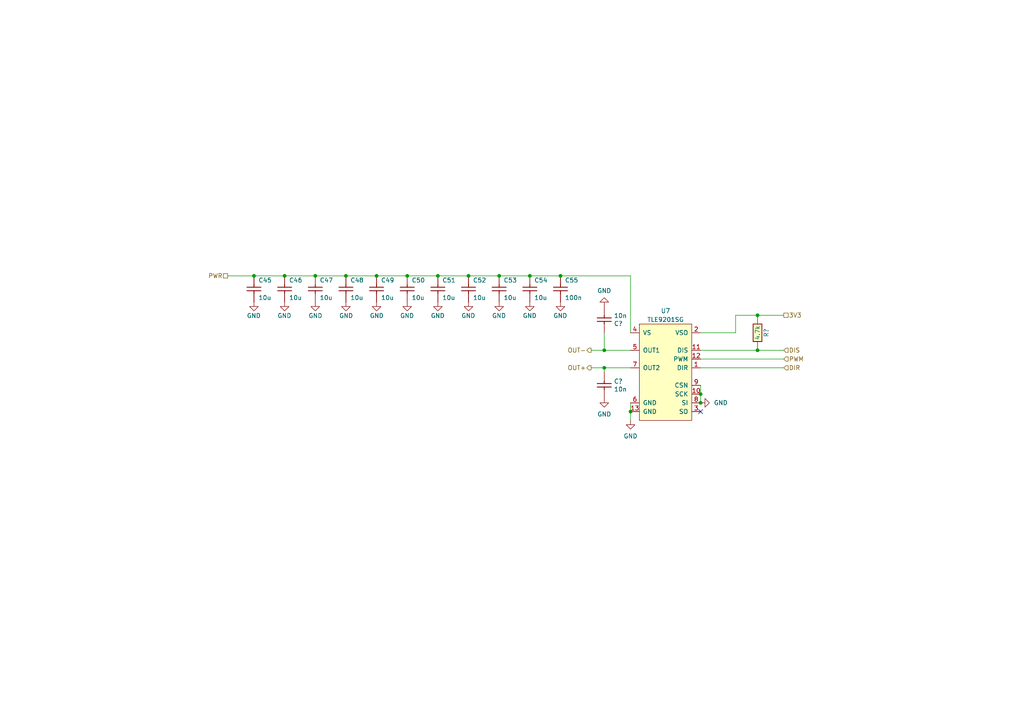
<source format=kicad_sch>
(kicad_sch (version 20230121) (generator eeschema)
  (paper "A4")
  (title_block (title "Hellen-One DC motor driver") (date "2023-09-04") (rev "0.1"))
  (lib_symbols
    (symbol "chips:TLE9201SG" (pin_names (offset 1.016))
      (property "Reference" "U" (at -1.27 3.81 0))
      (property "Value" "TLE9201SG" (at 2.54 1.27 0))
      (symbol "TLE9201SG_0_1"
        (rectangle (start -2.54 0) (end 12.7 -27.94) (fill (type background)))
      )
      (symbol "TLE9201SG_1_1"
        (pin passive line (at -5.08 -12.7 0) (length 2.54) (name "DIR") (number "1"))
        (pin passive line (at -5.08 -20.32 0) (length 2.54) (name "SCK") (number "10"))
        (pin passive line (at -5.08 -7.62 0) (length 2.54) (name "DIS") (number "11"))
        (pin passive line (at -5.08 -10.16 0) (length 2.54) (name "PWM") (number "12"))
        (pin passive line (at 15.24 -25.4 180) (length 2.54) (name "GND") (number "13"))
        (pin passive line (at -5.08 -2.54 0) (length 2.54) (name "VSO") (number "2"))
        (pin passive line (at -5.08 -25.4 0) (length 2.54) (name "SO") (number "3"))
        (pin passive line (at 15.24 -2.54 180) (length 2.54) (name "VS") (number "4"))
        (pin passive line (at 15.24 -7.62 180) (length 2.54) (name "OUT1") (number "5"))
        (pin passive line (at 15.24 -22.86 180) (length 2.54) (name "GND") (number "6"))
        (pin passive line (at 15.24 -12.7 180) (length 2.54) (name "OUT2") (number "7"))
        (pin passive line (at -5.08 -22.86 0) (length 2.54) (name "SI") (number "8"))
        (pin passive line (at -5.08 -17.78 0) (length 2.54) (name "CSN") (number "9"))
      )
    )
    (symbol "hellen-one-common:Cap" (pin_numbers hide)
      (property "Reference" "C" (at -3.81 2.54 0))
      (property "Value" "Cap" (at -2.54 -1.27 0))
      (symbol "Cap_1_0"
        (polyline (pts (xy -1.27 0) (xy -0.508 0)) (stroke (width 0.254)))
        (polyline (pts (xy -0.508 -2.032) (xy -0.508 2.032)) (stroke (width 0.254)))
        (polyline (pts (xy 0.508 2.032) (xy 0.508 -2.032)) (stroke (width 0.254)))
        (polyline (pts (xy 1.27 0) (xy 0.508 0)) (stroke (width 0.254)))
        (pin passive line (at -3.81 0 0) (length 2.54) (name "") (number "1"))
        (pin passive line (at 3.81 0 180) (length 2.54) (name "") (number "2"))
      )
    )
    (symbol "hellen-one-common:Res" (pin_numbers hide)
      (property "Reference" "R" (at 3.81 2.54 0))
      (property "Value" "Res" (at 5.08 -2.54 0))
      (symbol "Res_1_0"
        (rectangle (start 2.54 -1.27) (end 7.62 1.27) (stroke (width 0.254)) (fill (type background)))
        (pin passive line (at 0 0 0) (length 2.54) (name "") (number "1"))
        (pin passive line (at 10.16 0 180) (length 2.54) (name "") (number "2"))
      )
    )
    (symbol "power:GND" (power) (pin_names (offset 0))
      (property "Value" "GND" (at 0 -3.81 0))
      (symbol "GND_0_1"
        (polyline (pts (xy 0 0) (xy 0 -1.27) (xy 1.27 -1.27) (xy 0 -2.54) (xy -1.27 -1.27) (xy 0 -1.27)))
      )
      (symbol "GND_1_1"
        (pin power_in line (at 0 0 270) (length 0) hide (name "GND") (number "1"))
      )
    )
  )
  (junction (at 144.78 80.01))
  (junction (at 91.44 80.01))
  (junction (at 219.71 91.44))
  (junction (at 127 80.01))
  (junction (at 135.89 80.01))
  (junction (at 203.2 116.84))
  (junction (at 175.26 101.6))
  (junction (at 175.26 106.68))
  (junction (at 109.22 80.01))
  (junction (at 219.71 101.6))
  (junction (at 118.11 80.01))
  (junction (at 182.88 119.38))
  (junction (at 203.2 114.3))
  (junction (at 162.56 80.01))
  (junction (at 73.66 80.01))
  (junction (at 153.67 80.01))
  (junction (at 82.55 80.01))
  (junction (at 100.33 80.01))
  (no_connect (at 203.2 119.38))
  (wire (pts (xy 175.26 101.6) (xy 171.45 101.6)))
  (wire (pts (xy 203.2 96.52) (xy 213.36 96.52)))
  (wire (pts (xy 203.2 111.76) (xy 203.2 114.3)))
  (wire (pts (xy 203.2 106.68) (xy 227.33 106.68)))
  (wire (pts (xy 153.67 80.01) (xy 162.56 80.01)))
  (wire (pts (xy 203.2 114.3) (xy 203.2 116.84)))
  (wire (pts (xy 203.2 101.6) (xy 219.71 101.6)))
  (wire (pts (xy 127 80.01) (xy 135.89 80.01)))
  (wire (pts (xy 203.2 104.14) (xy 227.33 104.14)))
  (wire (pts (xy 91.44 80.01) (xy 100.33 80.01)))
  (wire (pts (xy 175.26 106.68) (xy 182.88 106.68)))
  (wire (pts (xy 171.45 106.68) (xy 175.26 106.68)))
  (wire (pts (xy 182.88 101.6) (xy 175.26 101.6)))
  (wire (pts (xy 219.71 91.44) (xy 227.33 91.44)))
  (wire (pts (xy 144.78 80.01) (xy 153.67 80.01)))
  (wire (pts (xy 182.88 116.84) (xy 182.88 119.38)))
  (wire (pts (xy 213.36 96.52) (xy 213.36 91.44)))
  (wire (pts (xy 182.88 119.38) (xy 182.88 121.92)))
  (wire (pts (xy 82.55 80.01) (xy 91.44 80.01)))
  (wire (pts (xy 109.22 80.01) (xy 118.11 80.01)))
  (wire (pts (xy 73.66 80.01) (xy 82.55 80.01)))
  (wire (pts (xy 118.11 80.01) (xy 127 80.01)))
  (wire (pts (xy 175.26 101.6) (xy 175.26 96.52)))
  (wire (pts (xy 175.26 106.68) (xy 175.26 107.95)))
  (wire (pts (xy 135.89 80.01) (xy 144.78 80.01)))
  (wire (pts (xy 213.36 91.44) (xy 219.71 91.44)))
  (wire (pts (xy 66.04 80.01) (xy 73.66 80.01)))
  (wire (pts (xy 219.71 101.6) (xy 227.33 101.6)))
  (wire (pts (xy 162.56 80.01) (xy 182.88 80.01)))
  (wire (pts (xy 182.88 80.01) (xy 182.88 96.52)))
  (wire (pts (xy 100.33 80.01) (xy 109.22 80.01)))
  (hierarchical_label "3V3" (shape passive) (at 227.33 91.44 0))
  (hierarchical_label "OUT-" (shape output) (at 171.45 101.6 180))
  (hierarchical_label "DIS" (shape input) (at 227.33 101.6 0))
  (hierarchical_label "DIR" (shape input) (at 227.33 106.68 0))
  (hierarchical_label "PWM" (shape input) (at 227.33 104.14 0))
  (hierarchical_label "PWR" (shape passive) (at 66.04 80.01 180))
  (hierarchical_label "OUT+" (shape output) (at 171.45 106.68 180))
  (symbol (lib_id "hellen-one-common:Cap") (at 144.78 83.82 90) (unit 1)
    (property "Reference" "C53" (at 146.05 81.28 90) (effects (justify right)))
    (property "Value" "10u" (at 146.05 86.36 90) (effects (justify right)))
    (property "Footprint" "hellen-one-common:C0805" (effects hide))
    (property "LCSC" "C15850" (effects hide))
    (instances (project "alphax_8ch" (path "" (reference "C53") (unit 1)) (path "" (reference "C40") (unit 1)) (path "" (reference "C14") (unit 1)) (path "" (reference "C27") (unit 1))))
  )
  (symbol (lib_id "power:GND") (at 118.11 87.63 0) (mirror y) (unit 1)
    (property "Reference" "#PWR?" (effects hide))
    (property "Value" "GND" (at 118.0592 91.5734 0))
    (instances (project "alphax_8ch" (path "" (reference "#PWR?") (unit 1)) (path "" (reference "#PWR0245") (unit 1)) (path "" (reference "#PWR0209") (unit 1)) (path "" (reference "#PWR044") (unit 1)) (path "" (reference "#PWR0101") (unit 1))))
  )
  (symbol (lib_id "hellen-one-common:Cap") (at 118.11 83.82 90) (unit 1)
    (property "Reference" "C50" (at 119.38 81.28 90) (effects (justify right)))
    (property "Value" "10u" (at 119.38 86.36 90) (effects (justify right)))
    (property "Footprint" "hellen-one-common:C0805" (effects hide))
    (property "LCSC" "C15850" (effects hide))
    (instances (project "alphax_8ch" (path "" (reference "C50") (unit 1)) (path "" (reference "C37") (unit 1)) (path "" (reference "C9") (unit 1)) (path "" (reference "C24") (unit 1))))
  )
  (symbol (lib_id "hellen-one-common:Cap") (at 109.22 83.82 90) (unit 1)
    (property "Reference" "C49" (at 110.49 81.28 90) (effects (justify right)))
    (property "Value" "10u" (at 110.49 86.36 90) (effects (justify right)))
    (property "Footprint" "hellen-one-common:C0805" (effects hide))
    (property "LCSC" "C15850" (effects hide))
    (instances (project "alphax_8ch" (path "" (reference "C49") (unit 1)) (path "" (reference "C36") (unit 1)) (path "" (reference "C8") (unit 1)) (path "" (reference "C23") (unit 1))))
  )
  (symbol (lib_id "power:GND") (at 144.78 87.63 0) (mirror y) (unit 1)
    (property "Reference" "#PWR?" (effects hide))
    (property "Value" "GND" (at 144.7292 91.5734 0))
    (instances (project "alphax_8ch" (path "" (reference "#PWR?") (unit 1)) (path "" (reference "#PWR0248") (unit 1)) (path "" (reference "#PWR0212") (unit 1)) (path "" (reference "#PWR077") (unit 1)) (path "" (reference "#PWR0106") (unit 1))))
  )
  (symbol (lib_id "power:GND") (at 91.44 87.63 0) (unit 1)
    (property "Reference" "#PWR?" (effects hide))
    (property "Value" "GND" (at 91.4908 91.5734 0))
    (instances (project "alphax_8ch" (path "" (reference "#PWR?") (unit 1)) (path "" (reference "#PWR0242") (unit 1)) (path "" (reference "#PWR0200") (unit 1)) (path "" (reference "#PWR017") (unit 1)) (path "" (reference "#PWR096") (unit 1))))
  )
  (symbol (lib_id "hellen-one-common:Res") (at 219.71 101.6 90) (unit 1)
    (property "Reference" "R?" (at 222.25 96.52 0))
    (property "Value" "4.7k" (at 219.71 96.52 0))
    (property "Footprint" "hellen-one-common:R0603" (effects hide))
    (property "LCSC" "C23162" (effects hide))
    (instances (project "alphax_8ch" (path "" (reference "R?") (unit 1)) (path "" (reference "R26") (unit 1)) (path "" (reference "R25") (unit 1)) (path "" (reference "R23") (unit 1)) (path "" (reference "R24") (unit 1))))
  )
  (symbol (lib_id "power:GND") (at 127 87.63 0) (mirror y) (unit 1)
    (property "Reference" "#PWR?" (effects hide))
    (property "Value" "GND" (at 126.9492 91.5734 0))
    (instances (project "alphax_8ch" (path "" (reference "#PWR?") (unit 1)) (path "" (reference "#PWR0246") (unit 1)) (path "" (reference "#PWR0210") (unit 1)) (path "" (reference "#PWR045") (unit 1)) (path "" (reference "#PWR0104") (unit 1))))
  )
  (symbol (lib_id "hellen-one-common:Cap") (at 91.44 83.82 90) (unit 1)
    (property "Reference" "C47" (at 92.71 81.28 90) (effects (justify right)))
    (property "Value" "10u" (at 92.71 86.36 90) (effects (justify right)))
    (property "Footprint" "hellen-one-common:C0805" (effects hide))
    (property "LCSC" "C15850" (effects hide))
    (instances (project "alphax_8ch" (path "" (reference "C47") (unit 1)) (path "" (reference "C34") (unit 1)) (path "" (reference "C6") (unit 1)) (path "" (reference "C21") (unit 1))))
  )
  (symbol (lib_id "power:GND") (at 203.2 116.84 90) (mirror x) (unit 1)
    (property "Reference" "#PWR?" (effects hide))
    (property "Value" "GND" (at 207.01 116.84 90) (effects (justify right)))
    (instances (project "alphax_8ch" (path "" (reference "#PWR?") (unit 1)) (path "" (reference "#PWR0255") (unit 1)) (path "" (reference "#PWR0227") (unit 1)) (path "" (reference "#PWR091") (unit 1)) (path "" (reference "#PWR0190") (unit 1))))
  )
  (symbol (lib_id "power:GND") (at 100.33 87.63 0) (unit 1)
    (property "Reference" "#PWR?" (effects hide))
    (property "Value" "GND" (at 100.3808 91.5734 0))
    (instances (project "alphax_8ch" (path "" (reference "#PWR?") (unit 1)) (path "" (reference "#PWR0243") (unit 1)) (path "" (reference "#PWR0202") (unit 1)) (path "" (reference "#PWR018") (unit 1)) (path "" (reference "#PWR098") (unit 1))))
  )
  (symbol (lib_id "power:GND") (at 153.67 87.63 0) (mirror y) (unit 1)
    (property "Reference" "#PWR?" (effects hide))
    (property "Value" "GND" (at 153.6192 91.5734 0))
    (instances (project "alphax_8ch" (path "" (reference "#PWR?") (unit 1)) (path "" (reference "#PWR0249") (unit 1)) (path "" (reference "#PWR0217") (unit 1)) (path "" (reference "#PWR080") (unit 1)) (path "" (reference "#PWR0174") (unit 1))))
  )
  (symbol (lib_id "hellen-one-common:Cap") (at 100.33 83.82 90) (unit 1)
    (property "Reference" "C48" (at 101.6 81.28 90) (effects (justify right)))
    (property "Value" "10u" (at 101.6 86.36 90) (effects (justify right)))
    (property "Footprint" "hellen-one-common:C0805" (effects hide))
    (property "LCSC" "C15850" (effects hide))
    (instances (project "alphax_8ch" (path "" (reference "C48") (unit 1)) (path "" (reference "C35") (unit 1)) (path "" (reference "C7") (unit 1)) (path "" (reference "C22") (unit 1))))
  )
  (symbol (lib_id "power:GND") (at 109.22 87.63 0) (unit 1)
    (property "Reference" "#PWR?" (effects hide))
    (property "Value" "GND" (at 109.2708 91.5734 0))
    (instances (project "alphax_8ch" (path "" (reference "#PWR?") (unit 1)) (path "" (reference "#PWR0244") (unit 1)) (path "" (reference "#PWR0204") (unit 1)) (path "" (reference "#PWR043") (unit 1)) (path "" (reference "#PWR0100") (unit 1))))
  )
  (symbol (lib_id "power:GND") (at 73.66 87.63 0) (mirror y) (unit 1)
    (property "Reference" "#PWR?" (effects hide))
    (property "Value" "GND" (at 73.6092 91.5734 0))
    (instances (project "alphax_8ch" (path "" (reference "#PWR?") (unit 1)) (path "" (reference "#PWR0228") (unit 1)) (path "" (reference "#PWR0192") (unit 1)) (path "" (reference "#PWR015") (unit 1)) (path "" (reference "#PWR094") (unit 1))))
  )
  (symbol (lib_id "chips:TLE9201SG") (at 198.12 93.98 0) (mirror y) (unit 1)
    (property "Reference" "U7" (at 193.04 90.17 0))
    (property "Value" "TLE9201SG" (at 193.04 92.71 0))
    (property "Footprint" "Package_SO:Infineon_PG-DSO-12-11" (effects hide))
    (property "LCSC" "C112633" (effects hide))
    (instances (project "alphax_8ch" (path "" (reference "U7") (unit 1)) (path "" (reference "U6") (unit 1)) (path "" (reference "U2") (unit 1)) (path "" (reference "U5") (unit 1))))
  )
  (symbol (lib_id "hellen-one-common:Cap") (at 73.66 83.82 90) (unit 1)
    (property "Reference" "C45" (at 74.93 81.28 90) (effects (justify right)))
    (property "Value" "10u" (at 74.93 86.36 90) (effects (justify right)))
    (property "Footprint" "hellen-one-common:C0805" (effects hide))
    (property "LCSC" "C15850" (effects hide))
    (instances (project "alphax_8ch" (path "" (reference "C45") (unit 1)) (path "" (reference "C32") (unit 1)) (path "" (reference "C4") (unit 1)) (path "" (reference "C19") (unit 1))))
  )
  (symbol (lib_id "hellen-one-common:Cap") (at 162.56 83.82 90) (unit 1)
    (property "Reference" "C55" (at 163.83 81.28 90) (effects (justify right)))
    (property "Value" "100n" (at 163.83 86.36 90) (effects (justify right)))
    (property "Footprint" "hellen-one-common:C0603" (effects hide))
    (property "LCSC" "C14663" (effects hide))
    (instances (project "alphax_8ch" (path "" (reference "C55") (unit 1)) (path "" (reference "C42") (unit 1)) (path "" (reference "C16") (unit 1)) (path "" (reference "C29") (unit 1))))
  )
  (symbol (lib_id "hellen-one-common:Cap") (at 153.67 83.82 90) (unit 1)
    (property "Reference" "C54" (at 154.94 81.28 90) (effects (justify right)))
    (property "Value" "10u" (at 154.94 86.36 90) (effects (justify right)))
    (property "Footprint" "hellen-one-common:C0805" (effects hide))
    (property "LCSC" "C15850" (effects hide))
    (instances (project "alphax_8ch" (path "" (reference "C54") (unit 1)) (path "" (reference "C41") (unit 1)) (path "" (reference "C15") (unit 1)) (path "" (reference "C28") (unit 1))))
  )
  (symbol (lib_id "power:GND") (at 175.26 115.57 0) (mirror y) (unit 1)
    (property "Reference" "#PWR?" (effects hide))
    (property "Value" "GND" (at 175.26 120.1325 0))
    (instances (project "alphax_8ch" (path "" (reference "#PWR?") (unit 1)) (path "" (reference "#PWR0253") (unit 1)) (path "" (reference "#PWR0225") (unit 1)) (path "" (reference "#PWR087") (unit 1)) (path "" (reference "#PWR0186") (unit 1))))
  )
  (symbol (lib_id "hellen-one-common:Cap") (at 135.89 83.82 90) (unit 1)
    (property "Reference" "C52" (at 137.16 81.28 90) (effects (justify right)))
    (property "Value" "10u" (at 137.16 86.36 90) (effects (justify right)))
    (property "Footprint" "hellen-one-common:C0805" (effects hide))
    (property "LCSC" "C15850" (effects hide))
    (instances (project "alphax_8ch" (path "" (reference "C52") (unit 1)) (path "" (reference "C39") (unit 1)) (path "" (reference "C13") (unit 1)) (path "" (reference "C26") (unit 1))))
  )
  (symbol (lib_id "hellen-one-common:Cap") (at 127 83.82 90) (unit 1)
    (property "Reference" "C51" (at 128.27 81.28 90) (effects (justify right)))
    (property "Value" "10u" (at 128.27 86.36 90) (effects (justify right)))
    (property "Footprint" "hellen-one-common:C0805" (effects hide))
    (property "LCSC" "C15850" (effects hide))
    (instances (project "alphax_8ch" (path "" (reference "C51") (unit 1)) (path "" (reference "C38") (unit 1)) (path "" (reference "C10") (unit 1)) (path "" (reference "C25") (unit 1))))
  )
  (symbol (lib_id "power:GND") (at 175.26 88.9 180) (unit 1)
    (property "Reference" "#PWR?" (effects hide))
    (property "Value" "GND" (at 175.26 84.3375 0))
    (instances (project "alphax_8ch" (path "" (reference "#PWR?") (unit 1)) (path "" (reference "#PWR0252") (unit 1)) (path "" (reference "#PWR0220") (unit 1)) (path "" (reference "#PWR086") (unit 1)) (path "" (reference "#PWR0180") (unit 1))))
  )
  (symbol (lib_id "power:GND") (at 182.88 121.92 0) (mirror y) (unit 1)
    (property "Reference" "#PWR?" (effects hide))
    (property "Value" "GND" (at 182.88 126.4825 0))
    (instances (project "alphax_8ch" (path "" (reference "#PWR?") (unit 1)) (path "" (reference "#PWR0254") (unit 1)) (path "" (reference "#PWR0226") (unit 1)) (path "" (reference "#PWR090") (unit 1)) (path "" (reference "#PWR0188") (unit 1))))
  )
  (symbol (lib_id "power:GND") (at 162.56 87.63 0) (mirror y) (unit 1)
    (property "Reference" "#PWR?" (effects hide))
    (property "Value" "GND" (at 162.5092 91.5734 0))
    (instances (project "alphax_8ch" (path "" (reference "#PWR?") (unit 1)) (path "" (reference "#PWR0250") (unit 1)) (path "" (reference "#PWR0218") (unit 1)) (path "" (reference "#PWR082") (unit 1)) (path "" (reference "#PWR0176") (unit 1))))
  )
  (symbol (lib_id "hellen-one-common:Cap") (at 82.55 83.82 90) (unit 1)
    (property "Reference" "C46" (at 83.82 81.28 90) (effects (justify right)))
    (property "Value" "10u" (at 83.82 86.36 90) (effects (justify right)))
    (property "Footprint" "hellen-one-common:C0805" (effects hide))
    (property "LCSC" "C15850" (effects hide))
    (instances (project "alphax_8ch" (path "" (reference "C46") (unit 1)) (path "" (reference "C33") (unit 1)) (path "" (reference "C5") (unit 1)) (path "" (reference "C20") (unit 1))))
  )
  (symbol (lib_id "power:GND") (at 82.55 87.63 0) (mirror y) (unit 1)
    (property "Reference" "#PWR?" (effects hide))
    (property "Value" "GND" (at 82.4992 91.5734 0))
    (instances (project "alphax_8ch" (path "" (reference "#PWR?") (unit 1)) (path "" (reference "#PWR0241") (unit 1)) (path "" (reference "#PWR0198") (unit 1)) (path "" (reference "#PWR016") (unit 1)) (path "" (reference "#PWR095") (unit 1))))
  )
  (symbol (lib_id "hellen-one-common:Cap") (at 175.26 92.71 90) (mirror x) (unit 1)
    (property "Reference" "C?" (at 178.0541 93.8594 90) (effects (justify right)))
    (property "Value" "10n" (at 178.0541 91.5607 90) (effects (justify right)))
    (property "Footprint" "hellen-one-common:C0603" (effects hide))
    (property "LCSC" "C57112" (effects hide))
    (instances (project "alphax_8ch" (path "" (reference "C?") (unit 1)) (path "" (reference "C56") (unit 1)) (path "" (reference "C43") (unit 1)) (path "" (reference "C17") (unit 1)) (path "" (reference "C30") (unit 1))))
  )
  (symbol (lib_id "hellen-one-common:Cap") (at 175.26 111.76 90) (unit 1)
    (property "Reference" "C?" (at 178.0541 110.6106 90) (effects (justify right)))
    (property "Value" "10n" (at 178.0541 112.9093 90) (effects (justify right)))
    (property "Footprint" "hellen-one-common:C0603" (effects hide))
    (property "LCSC" "C57112" (effects hide))
    (instances (project "alphax_8ch" (path "" (reference "C?") (unit 1)) (path "" (reference "C57") (unit 1)) (path "" (reference "C44") (unit 1)) (path "" (reference "C18") (unit 1)) (path "" (reference "C31") (unit 1))))
  )
  (symbol (lib_id "power:GND") (at 135.89 87.63 0) (mirror y) (unit 1)
    (property "Reference" "#PWR?" (effects hide))
    (property "Value" "GND" (at 135.8392 91.5734 0))
    (instances (project "alphax_8ch" (path "" (reference "#PWR?") (unit 1)) (path "" (reference "#PWR0247") (unit 1)) (path "" (reference "#PWR0211") (unit 1)) (path "" (reference "#PWR046") (unit 1)) (path "" (reference "#PWR0105") (unit 1))))
  )
)
</source>
